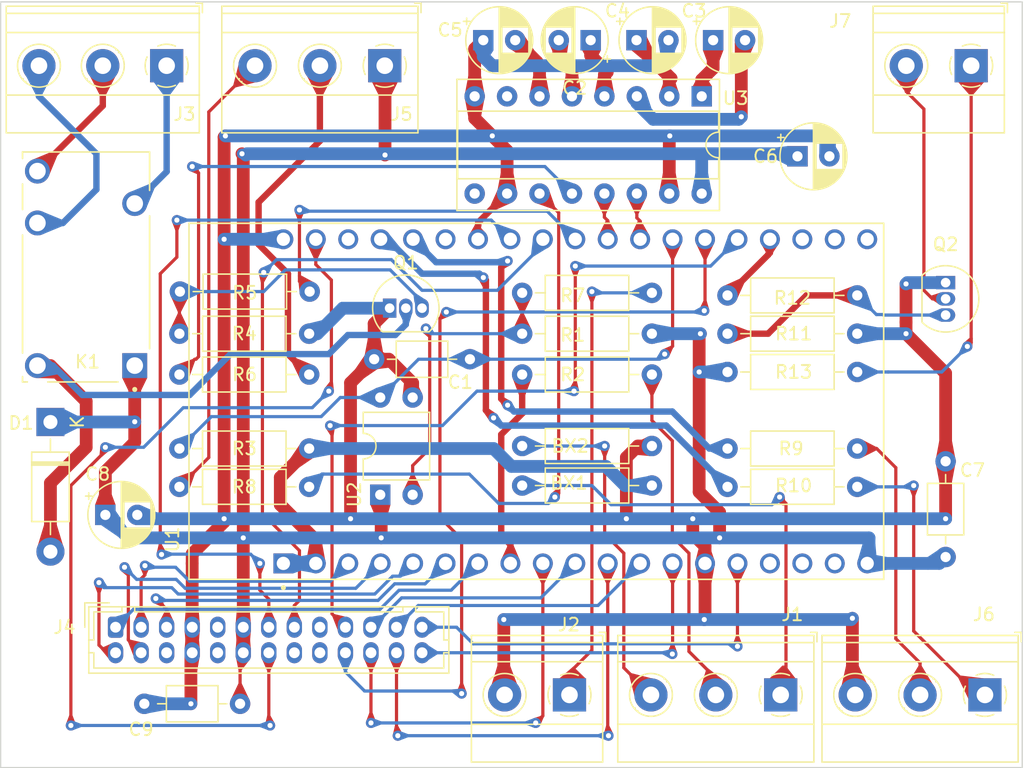
<source format=kicad_pcb>
(kicad_pcb (version 20221018) (generator pcbnew)
  (layers (0 "F.Cu" signal) (31 "B.Cu" signal) (34 "B.Paste" user) (35 "F.Paste" user) (36 "B.SilkS" user "B.Silkscreen") (37 "F.SilkS" user "F.Silkscreen") (38 "B.Mask" user) (39 "F.Mask" user) (44 "Edge.Cuts" user))
  (net 0 "")
  (net 1 "Net-(J1-Pin_1)")
  (net 2 "+3.3V")
  (net 3 "Net-(J1-Pin_3)")
  (net 4 "GND")
  (net 5 "DIGITAL_CMD")
  (net 6 "Net-(U3-C2+)")
  (net 7 "Net-(U3-C2-)")
  (net 8 "Net-(U3-C1+)")
  (net 9 "Net-(U3-C1-)")
  (net 10 "Net-(U3-VS+)")
  (net 11 "Net-(U3-VS-)")
  (net 12 "+5V")
  (net 13 "Net-(D1-A)")
  (net 14 "Net-(J1-Pin_2)")
  (net 15 "Net-(J2-Pin_1)")
  (net 16 "Net-(J3-Pin_1)")
  (net 17 "Net-(J3-Pin_2)")
  (net 18 "Net-(J3-Pin_3)")
  (net 19 "TEMPERATURE_IPM")
  (net 20 "VDC_sensor")
  (net 21 "I_Uphase")
  (net 22 "I_Vphase")
  (net 23 "ANALOG_CMD")
  (net 27 "FAULT_IPM")
  (net 28 "RELAY_TRIP")
  (net 32 "PWM_B")
  (net 33 "PWM_A")
  (net 34 "PWM2_H")
  (net 35 "PWM2_L")
  (net 36 "PWM1_H")
  (net 37 "PWM1_L")
  (net 38 "PWM0_H")
  (net 39 "PWM0_L")
  (net 40 "Net-(J5-Pin_2)")
  (net 41 "Net-(J5-Pin_3)")
  (net 42 "Net-(J6-Pin_1)")
  (net 43 "Net-(J6-Pin_2)")
  (net 44 "Net-(Q1-B)")
  (net 45 "Net-(R1-Pad1)")
  (net 46 "TB_SCI_TXD")
  (net 47 "TB_SCI_RXD")
  (net 48 "SCI_RXD0")
  (net 49 "SCI_TXD0")
  (net 50 "DIGITAL_CMD2")
  (net 54 "I2C_SCL")
  (net 55 "I2C_SDA")
  (net 56 "Net-(J7-Pin_1)")
  (net 57 "SCI_TXD")
  (net 58 "SCI_RXD")
  (net 59 "Net-(J7-Pin_2)")
  (net 60 "Net-(Q2-B)")
  (net 66 "ANALOG_CMD2")
  (net 67 "RELAY_TRIP2")
  (net 68 "PILOT_LED")
  (footprint "TerminalBlock_Phoenix:TerminalBlock_Phoenix_MKDS-1,5-3_1x03_P5.00mm_Horizontal" (layer "F.Cu") (at 62 102 180)
    (fp_text reference "J3")
    (fp_text value "Screw_Terminal_01x03")
  )
  (footprint "Capacitor_THT:C_Axial_L3.8mm_D2.6mm_P7.50mm_Horizontal" (layer "F.Cu") (at 60.25 152)
    (fp_text reference "C9")
    (fp_text value "104")
  )
  (footprint "Capacitor_THT:C_Axial_L3.8mm_D2.6mm_P7.50mm_Horizontal" (layer "F.Cu") (at 123 133 -90)
    (fp_text reference "C7")
    (fp_text value "104")
  )
  (footprint "Resistor_THT:R_Axial_DIN0207_L6.3mm_D2.5mm_P10.16mm_Horizontal" (layer "F.Cu") (at 105.92 135)
    (fp_text reference "R10")
    (fp_text value "470")
  )
  (footprint "TerminalBlock_Phoenix:TerminalBlock_Phoenix_MKDS-1,5-3-5.08_1x03_P5.08mm_Horizontal" (layer "F.Cu") (at 126.08 151.305 180)
    (fp_text reference "J6")
    (fp_text value "Screw_Terminal_01x03")
  )
  (footprint "Diode_THT:D_DO-41_SOD81_P10.16mm_Horizontal" (layer "F.Cu") (at 52.9 129.92 -90)
    (fp_text reference "D1")
    (fp_text value "1N4002")
  )
  (footprint "Resistor_THT:R_Axial_DIN0207_L6.3mm_D2.5mm_P10.16mm_Horizontal" (layer "F.Cu") (at 105.92 123)
    (fp_text reference "R11")
    (fp_text value "4.7K")
  )
  (footprint "Capacitor_THT:CP_Radial_D5.0mm_P2.50mm" (layer "F.Cu") (at 95.205113 100 180)
    (fp_text reference "C2")
    (fp_text value "1uF/25v")
  )
  (footprint "Connector_Hirose:Hirose_DF11-26DP-2DSA_2x13_P2.00mm_Vertical" (layer "F.Cu") (at 58 146)
    (fp_text reference "J4")
    (fp_text value "Conn_02x13_Odd_Even")
  )
  (footprint "TerminalBlock_Phoenix:TerminalBlock_Phoenix_MKDS-1,5-3-5.08_1x03_P5.08mm_Horizontal" (layer "F.Cu") (at 110.085 151.305 180)
    (fp_text reference "J1")
    (fp_text value "Screw_Terminal_01x03")
  )
  (footprint "Resistor_THT:R_Axial_DIN0207_L6.3mm_D2.5mm_P10.16mm_Horizontal" (layer "F.Cu") (at 63 126.2)
    (fp_text reference "R6")
    (fp_text value "4.7K")
  )
  (footprint "Package_TO_SOT_THT:TO-92_Inline" (layer "F.Cu") (at 79.46 121)
    (fp_text reference "Q1")
    (fp_text value "2SC1815")
  )
  (footprint "Capacitor_THT:CP_Radial_D5.0mm_P2.50mm" (layer "F.Cu") (at 111.4 109.1)
    (fp_text reference "C6")
    (fp_text value "1uF/25v")
  )
  (footprint "TerminalBlock_Phoenix:TerminalBlock_Phoenix_MKDS-1,5-2-5.08_1x02_P5.08mm_Horizontal" (layer "F.Cu") (at 93.545 151.305 180)
    (fp_text reference "J2")
    (fp_text value "Screw_Terminal_01x02")
  )
  (footprint "Resistor_THT:R_Axial_DIN0207_L6.3mm_D2.5mm_P10.16mm_Horizontal" (layer "F.Cu") (at 73.2 119.7 180)
    (fp_text reference "R5")
    (fp_text value "470")
  )
  (footprint "TerminalBlock_Phoenix:TerminalBlock_Phoenix_MKDS-1,5-2-5.08_1x02_P5.08mm_Horizontal" (layer "F.Cu") (at 125 102 180)
    (fp_text reference "J7")
    (fp_text value "Screw_Terminal_01x02")
  )
  (footprint "inv12:MODULE_ESP32-DEVKITC-32D" (layer "F.Cu") (at 90.9 128.3 90)
    (fp_text reference "U1")
    (fp_text value "ESP32-DEVKITC-32D")
  )
  (footprint "Capacitor_THT:CP_Radial_D5.0mm_P2.50mm" (layer "F.Cu") (at 57.2 137.2)
    (fp_text reference "C8")
    (fp_text value "10uF/25v")
  )
  (footprint "Package_TO_SOT_THT:TO-92_Inline" (layer "F.Cu") (at 123 119 -90)
    (fp_text reference "Q2")
    (fp_text value "2SC1815")
  )
  (footprint "Capacitor_THT:CP_Radial_D5.0mm_P2.50mm" (layer "F.Cu") (at 104.794888 100)
    (fp_text reference "C3")
    (fp_text value "1uF/25v")
  )
  (footprint "Resistor_THT:R_Axial_DIN0207_L6.3mm_D2.5mm_P10.16mm_Horizontal" (layer "F.Cu") (at 89.84 126.2)
    (fp_text reference "R2")
    (fp_text value "4.7K")
  )
  (footprint "Capacitor_THT:CP_Radial_D5.0mm_P2.50mm" (layer "F.Cu") (at 86.794888 100)
    (fp_text reference "C5")
    (fp_text value "1uF/25v")
  )
  (footprint "Capacitor_THT:C_Axial_L3.8mm_D2.6mm_P7.50mm_Horizontal" (layer "F.Cu") (at 78.25 125)
    (fp_text reference "C1")
    (fp_text value "104")
  )
  (footprint "TerminalBlock_Phoenix:TerminalBlock_Phoenix_MKDS-1,5-3-5.08_1x03_P5.08mm_Horizontal" (layer "F.Cu") (at 79.08 102 180)
    (fp_text reference "J5")
    (fp_text value "Screw_Terminal_01x03")
  )
  (footprint "Capacitor_THT:CP_Radial_D5.0mm_P2.50mm" (layer "F.Cu") (at 98.794888 100)
    (fp_text reference "C4")
    (fp_text value "1uF/25v")
  )
  (footprint "Resistor_THT:R_Axial_DIN0207_L6.3mm_D2.5mm_P10.16mm_Horizontal" (layer "F.Cu") (at 105.92 132)
    (fp_text reference "R9")
    (fp_text value "470")
  )
  (footprint "Resistor_THT:R_Axial_DIN0207_L6.3mm_D2.5mm_P10.16mm_Horizontal" (layer "F.Cu") (at 89.84 119.8)
    (fp_text reference "R7")
    (fp_text value "470")
  )
  (footprint "Resistor_THT:R_Axial_DIN0207_L6.3mm_D2.5mm_P10.16mm_Horizontal" (layer "F.Cu") (at 89.84 134.9)
    (fp_text reference "BX1")
    (fp_text value "0")
  )
  (footprint "Package_DIP:DIP-16_W7.62mm_Socket" (layer "F.Cu") (at 103.9 104.4 -90)
    (fp_text reference "U3")
    (fp_text value "MAX232")
  )
  (footprint "Resistor_THT:R_Axial_DIN0207_L6.3mm_D2.5mm_P10.16mm_Horizontal" (layer "F.Cu") (at 63 123)
    (fp_text reference "R4")
    (fp_text value "4.7K")
  )
  (footprint "Package_DIP:DIP-4_W7.62mm" (layer "F.Cu") (at 78.725 135.62 90)
    (fp_text reference "U2")
    (fp_text value "PC817")
  )
  (footprint "Resistor_THT:R_Axial_DIN0207_L6.3mm_D2.5mm_P10.16mm_Horizontal" (layer "F.Cu") (at 105.92 126)
    (fp_text reference "R13")
    (fp_text value "470")
  )
  (footprint "Resistor_THT:R_Axial_DIN0207_L6.3mm_D2.5mm_P10.16mm_Horizontal" (layer "F.Cu") (at 63 132)
    (fp_text reference "R3")
    (fp_text value "4.7K")
  )
  (footprint "Resistor_THT:R_Axial_DIN0207_L6.3mm_D2.5mm_P10.16mm_Horizontal" (layer "F.Cu") (at 89.84 131.8)
    (fp_text reference "BX2")
    (fp_text value "0")
  )
  (footprint "Resistor_THT:R_Axial_DIN0207_L6.3mm_D2.5mm_P10.16mm_Horizontal" (layer "F.Cu") (at 73.16 135 180)
    (fp_text reference "R8")
    (fp_text value "4.7K")
  )
  (footprint "Resistor_THT:R_Axial_DIN0207_L6.3mm_D2.5mm_P10.16mm_Horizontal" (layer "F.Cu") (at 89.84 123)
    (fp_text reference "R1")
    (fp_text value "10k")
  )
  (footprint "inv12:RELAY_J0971CS5VDC.45" (layer "F.Cu") (at 55.69 117.77 90)
    (fp_text reference "K1")
    (fp_text value "J0971CS5VDC.45")
  )
  (footprint "Resistor_THT:R_Axial_DIN0207_L6.3mm_D2.5mm_P10.16mm_Horizontal" (layer "F.Cu") (at 105.92 120)
    (fp_text reference "R12")
    (fp_text value "470")
  )
  (gr_rect (start 49 97) (end 129 157) (stroke (width 0.1)) (fill none) (layer "Edge.Cuts"))
  (segment (start 110.5 150.89) (end 110.085 151.305) (width 0.25) (layer "F.Cu") (net 1))
  (segment (start 110.5 136.3) (end 110.5 150.89) (width 0.25) (layer "F.Cu") (net 1))
  (segment (start 110 135.8) (end 110.5 136.3) (width 0.25) (layer "F.Cu") (net 1))
  (via (at 110 135.8) (size 0.8) (drill 0.4) (layers "F.Cu" "B.Cu") (net 1))
  (segment (start 109.4 136.4) (end 110 135.8) (width 0.25) (layer "B.Cu") (net 1))
  (segment (start 89.84 134.9) (end 95.3 134.9) (width 0.25) (layer "B.Cu") (net 1))
  (segment (start 96.8 136.4) (end 109.4 136.4) (width 0.25) (layer "B.Cu") (net 1))
  (segment (start 95.3 134.9) (end 96.8 136.4) (width 0.25) (layer "B.Cu") (net 1))
  (segment (start 73.68 141) (end 73.68 139.18) (width 1) (layer "F.Cu") (net 2))
  (segment (start 70.9 134.26) (end 73.16 132) (width 1) (layer "F.Cu") (net 2))
  (segment (start 70.9 136.4) (end 70.9 134.26) (width 1) (layer "F.Cu") (net 2))
  (segment (start 73.68 139.18) (end 70.9 136.4) (width 1) (layer "F.Cu") (net 2))
  (segment (start 87.6 132) (end 89 133.4) (width 1) (layer "B.Cu") (net 2))
  (segment (start 96.4 133.4) (end 97.9 134.9) (width 1) (layer "B.Cu") (net 2))
  (segment (start 89 133.4) (end 96.4 133.4) (width 1) (layer "B.Cu") (net 2))
  (segment (start 71.14 141) (end 73.68 141) (width 1) (layer "B.Cu") (net 2))
  (segment (start 73.16 132) (end 87.6 132) (width 1) (layer "B.Cu") (net 2))
  (segment (start 97.9 134.9) (end 100 134.9) (width 1) (layer "B.Cu") (net 2))
  (segment (start 97.8 149.18) (end 97.8 140.2) (width 0.25) (layer "F.Cu") (net 3))
  (segment (start 99.925 151.305) (end 97.8 149.18) (width 0.25) (layer "F.Cu") (net 3))
  (segment (start 96.3 138.7) (end 96.3 131.8) (width 0.25) (layer "F.Cu") (net 3))
  (segment (start 97.8 140.2) (end 96.3 138.7) (width 0.25) (layer "F.Cu") (net 3))
  (via (at 96.3 131.8) (size 0.8) (drill 0.4) (layers "F.Cu" "B.Cu") (net 3))
  (segment (start 89.84 131.8) (end 96.3 131.8) (width 0.25) (layer "B.Cu") (net 3))
  (segment (start 86.12 104.4) (end 86.12 106.12) (width 1) (layer "F.Cu") (net 4))
  (segment (start 104.16 141) (end 104.16 145.34) (width 1) (layer "F.Cu") (net 4))
  (segment (start 115.7 151.085) (end 115.92 151.305) (width 1) (layer "F.Cu") (net 4))
  (segment (start 86.12 100.674888) (end 86.794888 100) (width 1) (layer "F.Cu") (net 4))
  (segment (start 79.4 125) (end 81.265 126.865) (width 1) (layer "F.Cu") (net 4))
  (segment (start 123 133) (end 123 126.1) (width 1) (layer "F.Cu") (net 4))
  (segment (start 86.4 114.5) (end 86.4 114.28) (width 0.5) (layer "F.Cu") (net 4))
  (segment (start 88.4 145.4) (end 88.4 151.24) (width 1) (layer "F.Cu") (net 4))
  (segment (start 81.265 126.865) (end 81.265 128) (width 1) (layer "F.Cu") (net 4))
  (segment (start 64 148) (end 64 146) (width 1) (layer "F.Cu") (net 4))
  (segment (start 119.9 122.1) (end 119.9 119.1) (width 1) (layer "F.Cu") (net 4))
  (segment (start 63.9 152) (end 63.9 148.1) (width 1) (layer "F.Cu") (net 4))
  (segment (start 123 126.1) (end 122.8 125.9) (width 1) (layer "F.Cu") (net 4))
  (segment (start 66.5 137.75) (end 64 140.25) (width 1) (layer "F.Cu") (net 4))
  (segment (start 101.36 107.54) (end 101.4 107.5) (width 1) (layer "F.Cu") (net 4))
  (segment (start 103.2 138.7) (end 103.2 137.499999) (width 1) (layer "F.Cu") (net 4))
  (segment (start 64 146) (end 64 141) (width 1) (layer "F.Cu") (net 4))
  (segment (start 78.25 125) (end 79.4 125) (width 1) (layer "F.Cu") (net 4))
  (segment (start 122.8 125.9) (end 119.9 123) (width 1) (layer "F.Cu") (net 4))
  (segment (start 76.4 137.5) (end 76.4 126.85) (width 1) (layer "F.Cu") (net 4))
  (segment (start 86.38 114.52) (end 86.4 114.5) (width 0.5) (layer "F.Cu") (net 4))
  (segment (start 78.25 122.21) (end 79.46 121) (width 1) (layer "F.Cu") (net 4))
  (segment (start 119.9 123) (end 119.9 122.1) (width 1) (layer "F.Cu") (net 4))
  (segment (start 66.5 107.6) (end 66.5 137.5) (width 1) (layer "F.Cu") (net 4))
  (segment (start 87.5 107.5) (end 88.66 108.66) (width 1) (layer "F.Cu") (net 4))
  (segment (start 64 140.25) (end 64 141) (width 1) (layer "F.Cu") (net 4))
  (segment (start 86.12 106.12) (end 87.5 107.5) (width 1) (layer "F.Cu") (net 4))
  (segment (start 115.7 145.3) (end 115.7 151.085) (width 1) (layer "F.Cu") (net 4))
  (segment (start 104.16 139.66) (end 103.2 138.7) (width 1) (layer "F.Cu") (net 4))
  (segment (start 88.4 151.24) (end 88.465 151.305) (width 1) (layer "F.Cu") (net 4))
  (segment (start 66.5 137.5) (end 66.5 137.75) (width 1) (layer "F.Cu") (net 4))
  (segment (start 86.38 115.6) (end 86.38 114.52) (width 0.5) (layer "F.Cu") (net 4))
  (segment (start 104.16 145.34) (end 104.1 145.4) (width 1) (layer "F.Cu") (net 4))
  (segment (start 78.25 125) (end 78.25 122.21) (width 1) (layer "F.Cu") (net 4))
  (segment (start 76.4 126.85) (end 78.25 125) (width 1) (layer "F.Cu") (net 4))
  (segment (start 63.9 148.1) (end 64 148) (width 1) (layer "F.Cu") (net 4))
  (segment (start 88.66 108.66) (end 88.66 112.02) (width 1) (layer "F.Cu") (net 4))
  (segment (start 66.6 107.5) (end 66.5 107.6) (width 1) (layer "F.Cu") (net 4))
  (segment (start 98.9 131.8) (end 98 132.7) (width 1) (layer "F.Cu") (net 4))
  (segment (start 123 137.5) (end 123 133) (width 1) (layer "F.Cu") (net 4))
  (segment (start 86.4 114.28) (end 88.66 112.02) (width 0.5) (layer "F.Cu") (net 4))
  (segment (start 104.16 141) (end 104.16 139.66) (width 1) (layer "F.Cu") (net 4))
  (segment (start 101.36 112.02) (end 101.36 107.54) (width 1) (layer "F.Cu") (net 4))
  (segment (start 100 131.8) (end 98.9 131.8) (width 1) (layer "F.Cu") (net 4))
  (segment (start 98 132.7) (end 98 137.499999) (width 1) (layer "F.Cu") (net 4))
  (segment (start 86.12 104.4) (end 86.12 100.674888) (width 1) (layer "F.Cu") (net 4))
  (via (at 119.9 123) (size 0.8) (drill 0.4) (layers "F.Cu" "B.Cu") (net 4))
  (via (at 66.5 137.5) (size 0.8) (drill 0.4) (layers "F.Cu" "B.Cu") (net 4))
  (via (at 76.4 137.5) (size 0.8) (drill 0.4) (layers "F.Cu" "B.Cu") (net 4))
  (via (at 66.6 107.5) (size 0.8) (drill 0.4) (layers "F.Cu" "B.Cu") (net 4))
  (via (at 123 137.5) (size 0.8) (drill 0.4) (layers "F.Cu" "B.Cu") (net 4))
  (via (at 66.5 115.6) (size 0.8) (drill 0.4) (layers "F.Cu" "B.Cu") (net 4))
  (via (at 87.5 107.5) (size 0.8) (drill 0.4) (layers "F.Cu" "B.Cu") (net 4))
  (via (at 63.9 152) (size 0.8) (drill 0.4) (layers "F.Cu" "B.Cu") (net 4))
  (via (at 88.4 145.4) (size 0.8) (drill 0.4) (layers "F.Cu" "B.Cu") (net 4))
  (via (at 98 137.499999) (size 0.8) (drill 0.4) (layers "F.Cu" "B.Cu") (net 4))
  (via (at 115.7 145.3) (size 0.8) (drill 0.4) (layers "F.Cu" "B.Cu") (net 4))
  (via (at 104.1 145.4) (size 0.8) (drill 0.4) (layers "F.Cu" "B.Cu") (net 4))
  (via (at 103.2 137.499999) (size 0.8) (drill 0.4) (layers "F.Cu" "B.Cu") (net 4))
  (via (at 101.4 107.5) (size 0.8) (drill 0.4) (layers "F.Cu" "B.Cu") (net 4))
  (via (at 119.9 119.1) (size 0.8) (drill 0.4) (layers "F.Cu" "B.Cu") (net 4))
  (segment (start 75.8 121) (end 79.46 121) (width 1) (layer "B.Cu") (net 4))
  (segment (start 103.2 137.499999) (end 98 137.499999) (width 1) (layer "B.Cu") (net 4))
  (segment (start 87.5 107.5) (end 101.4 107.5) (width 1) (layer "B.Cu") (net 4))
  (segment (start 113.9 108.1) (end 113.9 109.1) (width 1) (layer "B.Cu") (net 4))
  (segment (start 66.6 107.5) (end 87.5 107.5) (width 1) (layer "B.Cu") (net 4))
  (segment (start 73.16 123) (end 73.8 123) (width 1) (layer "B.Cu") (net 4))
  (segment (start 119.9 119.1) (end 120 119) (width 1) (layer "B.Cu") (net 4))
  (segment (start 101.294888 101.205112) (end 101.294888 100) (width 1) (layer "B.Cu") (net 4))
  (segment (start 103.2 137.499999) (end 122.999999 137.499999) (width 1) (layer "B.Cu") (net 4))
  (segment (start 66.5 137.5) (end 60 137.5) (width 1) (layer "B.Cu") (net 4))
  (segment (start 120 119) (end 123 119) (width 1) (layer "B.Cu") (net 4))
  (segment (start 73.8 123) (end 75.8 121) (width 1) (layer "B.Cu") (net 4))
  (segment (start 104.1 145.4) (end 115.6 145.4) (width 1) (layer "B.Cu") (net 4))
  (segment (start 115.6 145.4) (end 115.7 145.3) (width 1) (layer "B.Cu") (net 4))
  (segment (start 60 137.5) (end 59.7 137.2) (width 1) (layer "B.Cu") (net 4))
  (segment (start 60.25 152) (end 63.9 152) (width 1) (layer "B.Cu") (net 4))
  (segment (start 86.794888 101.294888) (end 87.5 102) (width 1) (layer "B.Cu") (net 4))
  (segment (start 87.5 102) (end 100.5 102) (width 1) (layer "B.Cu") (net 4))
  (segment (start 113.3 107.5) (end 113.9 108.1) (width 1) (layer "B.Cu") (net 4))
  (segment (start 66.5 115.6) (end 71.14 115.6) (width 1) (layer "B.Cu") (net 4))
  (segment (start 100.5 102) (end 101.294888 101.205112) (width 1) (layer "B.Cu") (net 4))
  (segment (start 122.999999 137.499999) (end 123 137.5) (width 1) (layer "B.Cu") (net 4))
  (segment (start 66.500001 137.499999) (end 66.5 137.5) (width 1) (layer "B.Cu") (net 4))
  (segment (start 98 137.499999) (end 66.500001 137.499999) (width 1) (layer "B.Cu") (net 4))
  (segment (start 88.4 145.4) (end 104.1 145.4) (width 1) (layer "B.Cu") (net 4))
  (segment (start 116.08 123) (end 119.9 123) (width 1) (layer "B.Cu") (net 4))
  (segment (start 86.794888 100) (end 86.794888 101.294888) (width 1) (layer "B.Cu") (net 4))
  (segment (start 101.4 107.5) (end 113.3 107.5) (width 1) (layer "B.Cu") (net 4))
  (segment (start 61.5 140.2) (end 61.6 140.3) (width 0.25) (layer "F.Cu") (net 5))
  (segment (start 69.3 143.1) (end 70 143.8) (width 0.25) (layer "F.Cu") (net 5))
  (segment (start 62.8 117) (end 61.5 118.3) (width 0.25) (layer "F.Cu") (net 5))
  (segment (start 61.5 118.3) (end 61.5 140.2) (width 0.25) (layer "F.Cu") (net 5))
  (segment (start 69.3 141) (end 69.3 143.1) (width 0.25) (layer "F.Cu") (net 5))
  (segment (start 70 143.8) (end 70 146) (width 0.25) (layer "F.Cu") (net 5))
  (segment (start 62.8 114.1) (end 62.8 117) (width 0.25) (layer "F.Cu") (net 5))
  (via (at 61.6 140.3) (size 0.8) (drill 0.4) (layers "F.Cu" "B.Cu") (net 5))
  (via (at 62.8 114.1) (size 0.8) (drill 0.4) (layers "F.Cu" "B.Cu") (net 5))
  (via (at 69.3 141) (size 0.8) (drill 0.4) (layers "F.Cu" "B.Cu") (net 5))
  (segment (start 62.8 114.1) (end 87.42 114.1) (width 0.25) (layer "B.Cu") (net 5))
  (segment (start 68.575 140.275) (end 69.3 141) (width 0.25) (layer "B.Cu") (net 5))
  (segment (start 87.42 114.1) (end 88.92 115.6) (width 0.25) (layer "B.Cu") (net 5))
  (segment (start 61.6 140.3) (end 61.625 140.275) (width 0.25) (layer "B.Cu") (net 5))
  (segment (start 61.625 140.275) (end 68.575 140.275) (width 0.25) (layer "B.Cu") (net 5))
  (segment (start 96.28 102.72) (end 96.28 104.4) (width 1) (layer "F.Cu") (net 6))
  (segment (start 96.5 102.5) (end 96.28 102.72) (width 1) (layer "F.Cu") (net 6))
  (segment (start 95.205113 101.205113) (end 96.5 102.5) (width 1) (layer "F.Cu") (net 6))
  (segment (start 95.205113 100) (end 95.205113 101.205113) (width 1) (layer "F.Cu") (net 6))
  (segment (start 92.705113 101.205113) (end 93.74 102.24) (width 1) (layer "F.Cu") (net 7))
  (segment (start 93.74 102.24) (end 93.74 104.4) (width 1) (layer "F.Cu") (net 7))
  (segment (start 92.705113 100) (end 92.705113 101.205113) (width 1) (layer "F.Cu") (net 7))
  (segment (start 104.794888 102.205112) (end 104.794888 100) (width 1) (layer "F.Cu") (net 8))
  (segment (start 103.9 104.4) (end 103.9 103.1) (width 1) (layer "F.Cu") (net 8))
  (segment (start 103.9 103.1) (end 104.794888 102.205112) (width 1) (layer "F.Cu") (net 8))
  (segment (start 107 106) (end 107 100.294888) (width 1) (layer "F.Cu") (net 9))
  (segment (start 107 100.294888) (end 107.294888 100) (width 1) (layer "F.Cu") (net 9))
  (via (at 107 106) (size 0.8) (drill 0.4) (layers "F.Cu" "B.Cu") (net 9))
  (segment (start 100.1 106.2) (end 98.82 104.92) (width 1) (layer "B.Cu") (net 9))
  (segment (start 107 106) (end 106.8 106.2) (width 1) (layer "B.Cu") (net 9))
  (segment (start 106.8 106.2) (end 100.1 106.2) (width 1) (layer "B.Cu") (net 9))
  (segment (start 98.82 104.92) (end 98.82 104.4) (width 1) (layer "B.Cu") (net 9))
  (segment (start 101.5 103) (end 101.36 103.14) (width 1) (layer "F.Cu") (net 10))
  (segment (start 98.794888 100) (end 98.794888 100.294888) (width 1) (layer "F.Cu") (net 10))
  (segment (start 98.794888 100.294888) (end 101.5 103) (width 1) (layer "F.Cu") (net 10))
  (segment (start 101.36 103.14) (end 101.36 104.4) (width 1) (layer "F.Cu") (net 10))
  (segment (start 91.2 102.2) (end 91.2 104.4) (width 1) (layer "F.Cu") (net 11))
  (segment (start 91 102) (end 91.2 102.2) (width 1) (layer "F.Cu") (net 11))
  (segment (start 89.294888 100) (end 91 101.705112) (width 1) (layer "F.Cu") (net 11))
  (segment (start 91 101.705112) (end 91 102) (width 1) (layer "F.Cu") (net 11))
  (segment (start 68 109) (end 68 139) (width 1) (layer "F.Cu") (net 12))
  (segment (start 103.7 123.1) (end 103.7 135.4) (width 1) (layer "F.Cu") (net 12))
  (segment (start 68 146) (end 68 139) (width 1) (layer "F.Cu") (net 12))
  (segment (start 79.1 109) (end 79.1 102.02) (width 1) (layer "F.Cu") (net 12))
  (segment (start 79.1 102.02) (end 79.08 102) (width 1) (layer "F.Cu") (net 12))
  (segment (start 59.5 129.9) (end 59.5 125.5) (width 1) (layer "F.Cu") (net 12))
  (segment (start 78.8 139) (end 78.8 135.695) (width 1) (layer "F.Cu") (net 12))
  (segment (start 78.8 135.695) (end 78.725 135.62) (width 1) (layer "F.Cu") (net 12))
  (segment (start 59.5 131.5) (end 59.5 129.9) (width 1) (layer "F.Cu") (net 12))
  (segment (start 67.9 108.9) (end 68 109) (width 1) (layer "F.Cu") (net 12))
  (segment (start 67.75 148.25) (end 68 148) (width 0.25) (layer "F.Cu") (net 12))
  (segment (start 68 148) (end 68 146) (width 1) (layer "F.Cu") (net 12))
  (segment (start 57.2 137.2) (end 57.2 133.8) (width 1) (layer "F.Cu") (net 12))
  (segment (start 105.3 137) (end 105.3 139) (width 1) (layer "F.Cu") (net 12))
  (segment (start 57.2 133.8) (end 59.5 131.5) (width 1) (layer "F.Cu") (net 12))
  (segment (start 103.8 123) (end 103.7 123.1) (width 1) (layer "F.Cu") (net 12))
  (segment (start 67.75 152) (end 67.75 148.25) (width 0.25) (layer "F.Cu") (net 12))
  (segment (start 103.7 135.4) (end 105.3 137) (width 1) (layer "F.Cu") (net 12))
  (via (at 79.1 109) (size 0.8) (drill 0.4) (layers "F.Cu" "B.Cu") (net 12))
  (via (at 105.3 139) (size 0.8) (drill 0.4) (layers "F.Cu" "B.Cu") (net 12))
  (via (at 103.7 126) (size 0.8) (drill 0.4) (layers "F.Cu" "B.Cu") (net 12))
  (via (at 103.8 123) (size 0.8) (drill 0.4) (layers "F.Cu" "B.Cu") (net 12))
  (via (at 78.8 139) (size 0.8) (drill 0.4) (layers "F.Cu" "B.Cu") (net 12))
  (via (at 67.9 108.9) (size 0.8) (drill 0.4) (layers "F.Cu" "B.Cu") (net 12))
  (via (at 59.5 129.9) (size 0.8) (drill 0.4) (layers "F.Cu" "B.Cu") (net 12))
  (via (at 68 139) (size 0.8) (drill 0.4) (layers "F.Cu" "B.Cu") (net 12))
  (segment (start 52.9 129.92) (end 59.48 129.92) (width 1) (layer "B.Cu") (net 12))
  (segment (start 68 139) (end 59 139) (width 1) (layer "B.Cu") (net 12))
  (segment (start 59.48 129.92) (end 59.5 129.9) (width 1) (layer "B.Cu") (net 12))
  (segment (start 117 140.86) (end 116.86 141) (width 1) (layer "B.Cu") (net 12))
  (segment (start 122.5 141) (end 123 140.5) (width 1) (layer "B.Cu") (net 12))
  (segment (start 103.8 123) (end 100 123) (width 1) (layer "B.Cu") (net 12))
  (segment (start 103.9 109) (end 103.9 112.02) (width 1) (layer "B.Cu") (net 12))
  (segment (start 68.3 108.9) (end 111.2 108.9) (width 1) (layer "B.Cu") (net 12))
  (segment (start 59 139) (end 57.2 137.2) (width 1) (layer "B.Cu") (net 12))
  (segment (start 68.2 109) (end 68.3 108.9) (width 1) (layer "B.Cu") (net 12))
  (segment (start 68 139) (end 117 139) (width 1) (layer "B.Cu") (net 12))
  (segment (start 111.2 108.9) (end 111.4 109.1) (width 1) (layer "B.Cu") (net 12))
  (segment (start 103.7 126) (end 105.92 126) (width 1) (layer "B.Cu") (net 12))
  (segment (start 117 139) (end 117 140.86) (width 1) (layer "B.Cu") (net 12))
  (segment (start 116.86 141) (end 122.5 141) (width 1) (layer "B.Cu") (net 12))
  (segment (start 55.7 131.9) (end 55.7 128.3) (width 1) (layer "F.Cu") (net 13))
  (segment (start 55.7 128.3) (end 52.9 125.5) (width 1) (layer "F.Cu") (net 13))
  (segment (start 52.9 140.08) (end 52.9 134.7) (width 1) (layer "F.Cu") (net 13))
  (segment (start 52.9 134.7) (end 55.7 131.9) (width 1) (layer "F.Cu") (net 13))
  (segment (start 52.9 125.5) (end 51.88 125.5) (width 1) (layer "F.Cu") (net 13))
  (segment (start 63.8 127.8) (end 55.4 127.8) (width 0.5) (layer "B.Cu") (net 13))
  (segment (start 80.73 122.27) (end 79.9 123.1) (width 0.5) (layer "B.Cu") (net 13))
  (segment (start 74.7 124.6) (end 67 124.6) (width 0.5) (layer "B.Cu") (net 13))
  (segment (start 79.9 123.1) (end 76.2 123.1) (width 0.5) (layer "B.Cu") (net 13))
  (segment (start 53.1 125.5) (end 51.88 125.5) (width 0.5) (layer "B.Cu") (net 13))
  (segment (start 76.2 123.1) (end 74.7 124.6) (width 0.5) (layer "B.Cu") (net 13))
  (segment (start 67 124.6) (end 63.8 127.8) (width 0.5) (layer "B.Cu") (net 13))
  (segment (start 80.73 121) (end 80.73 122.27) (width 0.5) (layer "B.Cu") (net 13))
  (segment (start 55.4 127.8) (end 53.1 125.5) (width 0.5) (layer "B.Cu") (net 13))
  (segment (start 100 129.8) (end 101.6 131.4) (width 0.25) (layer "F.Cu") (net 14))
  (segment (start 105.005 150.005) (end 105.005 151.305) (width 0.25) (layer "F.Cu") (net 14))
  (segment (start 101.6 138.9) (end 102.9 140.2) (width 0.25) (layer "F.Cu") (net 14))
  (segment (start 101.6 131.4) (end 101.6 138.9) (width 0.25) (layer "F.Cu") (net 14))
  (segment (start 102.9 147.9) (end 105.005 150.005) (width 0.25) (layer "F.Cu") (net 14))
  (segment (start 102.9 140.2) (end 102.9 147.9) (width 0.25) (layer "F.Cu") (net 14))
  (segment (start 100 126.2) (end 100 129.8) (width 0.25) (layer "F.Cu") (net 14))
  (segment (start 95.3 147.8) (end 95.3 139.1) (width 0.25) (layer "F.Cu") (net 15))
  (segment (start 93.545 151.305) (end 93.545 149.555) (width 0.25) (layer "F.Cu") (net 15))
  (segment (start 95.3 139.1) (end 95.3 119.7) (width 0.25) (layer "F.Cu") (net 15))
  (segment (start 93.545 149.555) (end 95.3 147.8) (width 0.25) (layer "F.Cu") (net 15))
  (via (at 95.3 119.7) (size 0.8) (drill 0.4) (layers "F.Cu" "B.Cu") (net 15))
  (segment (start 95.3 119.7) (end 95.4 119.8) (width 0.25) (layer "B.Cu") (net 15))
  (segment (start 95.4 119.8) (end 100 119.8) (width 0.25) (layer "B.Cu") (net 15))
  (segment (start 62 110.3) (end 62 102) (width 0.5) (layer "B.Cu") (net 16))
  (segment (start 59.5 112.8) (end 62 110.3) (width 0.5) (layer "B.Cu") (net 16))
  (segment (start 57 105.14) (end 51.88 110.26) (width 0.5) (layer "F.Cu") (net 17))
  (segment (start 57 102) (end 57 105.14) (width 0.5) (layer "F.Cu") (net 17))
  (segment (start 52 104.4) (end 52 102) (width 0.5) (layer "B.Cu") (net 18))
  (segment (start 53.876 114.324) (end 56.5 111.7) (width 0.5) (layer "B.Cu") (net 18))
  (segment (start 51.88 114.324) (end 53.876 114.324) (width 0.5) (layer "B.Cu") (net 18))
  (segment (start 56.5 111.7) (end 56.5 108.9) (width 0.5) (layer "B.Cu") (net 18))
  (segment (start 56.5 108.9) (end 52 104.4) (width 0.5) (layer "B.Cu") (net 18))
  (segment (start 80.2 143.1) (end 84.28 143.1) (width 0.25) (layer "B.Cu") (net 19))
  (segment (start 59.4 144.6) (end 78.7 144.6) (width 0.25) (layer "B.Cu") (net 19))
  (segment (start 78.7 144.6) (end 80.2 143.1) (width 0.25) (layer "B.Cu") (net 19))
  (segment (start 58 146) (end 59.4 144.6) (width 0.25) (layer "B.Cu") (net 19))
  (segment (start 84.28 143.1) (end 86.38 141) (width 0.25) (layer "B.Cu") (net 19))
  (segment (start 56.7 142.5) (end 56.7 147.4) (width 0.25) (layer "F.Cu") (net 20))
  (segment (start 57.3 148) (end 58 148) (width 0.25) (layer "F.Cu") (net 20))
  (segment (start 56.7 147.4) (end 57.3 148) (width 0.25) (layer "F.Cu") (net 20))
  (via (at 56.7 142.5) (size 0.8) (drill 0.4) (layers "F.Cu" "B.Cu") (net 20))
  (segment (start 57.1 142.9) (end 56.7 142.5) (width 0.25) (layer "B.Cu") (net 20))
  (segment (start 80.3 142) (end 79.7 142) (width 0.25) (layer "B.Cu") (net 20))
  (segment (start 62.4 142.9) (end 57.1 142.9) (width 0.25) (layer "B.Cu") (net 20))
  (segment (start 79.7 142) (end 78.3 143.4) (width 0.25) (layer "B.Cu") (net 20))
  (segment (start 81.3 141) (end 80.3 142) (width 0.25) (layer "B.Cu") (net 20))
  (segment (start 62.9 143.4) (end 62.4 142.9) (width 0.25) (layer "B.Cu") (net 20))
  (segment (start 78.3 143.4) (end 62.9 143.4) (width 0.25) (layer "B.Cu") (net 20))
  (segment (start 60 142.2) (end 60 146) (width 0.25) (layer "F.Cu") (net 21))
  (segment (start 60.3 141.9) (end 60 142.2) (width 0.25) (layer "F.Cu") (net 21))
  (segment (start 60.3 141.1755) (end 60.3 141.9) (width 0.25) (layer "F.Cu") (net 21))
  (via (at 60.3 141.1755) (size 0.8) (drill 0.4) (layers "F.Cu" "B.Cu") (net 21))
  (segment (start 60.3 141.3) (end 60.3 141.1755) (width 0.25) (layer "B.Cu") (net 21))
  (segment (start 63.8 142.4) (end 62.7 141.3) (width 0.25) (layer "B.Cu") (net 21))
  (segment (start 62.7 141.3) (end 60.3 141.3) (width 0.25) (layer "B.Cu") (net 21))
  (segment (start 74.82 142.4) (end 63.8 142.4) (width 0.25) (layer "B.Cu") (net 21))
  (segment (start 76.22 141) (end 74.82 142.4) (width 0.25) (layer "B.Cu") (net 21))
  (segment (start 59 147) (end 59 146.9) (width 0.25) (layer "F.Cu") (net 22))
  (segment (start 59 141.6) (end 58.7 141.3) (width 0.25) (layer "F.Cu") (net 22))
  (segment (start 60 148) (end 59 147) (width 0.25) (layer "F.Cu") (net 22))
  (segment (start 59 146.9) (end 59 141.6) (width 0.25) (layer "F.Cu") (net 22))
  (via (at 58.7 141.3) (size 0.8) (drill 0.4) (layers "F.Cu" "B.Cu") (net 22))
  (segment (start 59.65 142.25) (end 62.75 142.25) (width 0.25) (layer "B.Cu") (net 22))
  (segment (start 76.81 142.95) (end 78.76 141) (width 0.25) (layer "B.Cu") (net 22))
  (segment (start 58.7 141.3) (end 59.65 142.25) (width 0.25) (layer "B.Cu") (net 22))
  (segment (start 62.75 142.25) (end 63.45 142.95) (width 0.25) (layer "B.Cu") (net 22))
  (segment (start 63.45 142.95) (end 76.81 142.95) (width 0.25) (layer "B.Cu") (net 22))
  (segment (start 61.15 143.75) (end 62 144.6) (width 0.25) (layer "F.Cu") (net 23))
  (segment (start 62 144.6) (end 62 146) (width 0.25) (layer "F.Cu") (net 23))
  (via (at 61.15 143.75) (size 0.8) (drill 0.4) (layers "F.Cu" "B.Cu") (net 23))
  (segment (start 79.856802 142.6) (end 82.24 142.6) (width 0.25) (layer "B.Cu") (net 23))
  (segment (start 82.24 142.6) (end 83.84 141) (width 0.25) (layer "B.Cu") (net 23))
  (segment (start 78.556802 143.9) (end 79.856802 142.6) (width 0.25) (layer "B.Cu") (net 23))
  (segment (start 61.15 143.75) (end 61.3 143.9) (width 0.25) (layer "B.Cu") (net 23))
  (segment (start 61.3 143.9) (end 78.556802 143.9) (width 0.25) (layer "B.Cu") (net 23))
  (segment (start 54.5 134.9) (end 54.5 153.7) (width 0.25) (layer "F.Cu") (net 27))
  (segment (start 74.9 118.8) (end 73.68 117.58) (width 0.25) (layer "F.Cu") (net 27))
  (segment (start 57.2 131.9) (end 57.2 132.2) (width 0.25) (layer "F.Cu") (net 27))
  (segment (start 57.2 132.2) (end 54.5 134.9) (width 0.25) (layer "F.Cu") (net 27))
  (segment (start 70.1 153.7) (end 70 153.6) (width 0.25) (layer "F.Cu") (net 27))
  (segment (start 73.68 117.58) (end 73.68 115.6) (width 0.25) (layer "F.Cu") (net 27))
  (segment (start 70 153.6) (end 70 148) (width 0.25) (layer "F.Cu") (net 27))
  (segment (start 74.7 127.5) (end 74.9 127.3) (width 0.25) (layer "F.Cu") (net 27))
  (segment (start 74.9 127.3) (end 74.9 118.8) (width 0.25) (layer "F.Cu") (net 27))
  (via (at 54.5 153.7) (size 0.8) (drill 0.4) (layers "F.Cu" "B.Cu") (net 27))
  (via (at 74.7 127.5) (size 0.8) (drill 0.4) (layers "F.Cu" "B.Cu") (net 27))
  (via (at 70.1 153.7) (size 0.8) (drill 0.4) (layers "F.Cu" "B.Cu") (net 27))
  (via (at 57.2 131.9) (size 0.8) (drill 0.4) (layers "F.Cu" "B.Cu") (net 27))
  (segment (start 54.5 153.7) (end 70.1 153.7) (width 0.25) (layer "B.Cu") (net 27))
  (segment (start 73.4 128.8) (end 63.3 128.8) (width 0.25) (layer "B.Cu") (net 27))
  (segment (start 60.2 131.9) (end 57.2 131.9) (width 0.25) (layer "B.Cu") (net 27))
  (segment (start 63.3 128.8) (end 60.2 131.9) (width 0.25) (layer "B.Cu") (net 27))
  (segment (start 74.7 127.5) (end 73.4 128.8) (width 0.25) (layer "B.Cu") (net 27))
  (segment (start 69.5 137.1) (end 72.4 140) (width 0.25) (layer "F.Cu") (net 28))
  (segment (start 69.6 118.2) (end 69.5 118.3) (width 0.25) (layer "F.Cu") (net 28))
  (segment (start 72 144.3) (end 72 146) (width 0.25) (layer "F.Cu") (net 28))
  (segment (start 69.5 118.3) (end 69.5 137.1) (width 0.25) (layer "F.Cu") (net 28))
  (segment (start 72.4 140) (end 72.4 143.9) (width 0.25) (layer "F.Cu") (net 28))
  (segment (start 72.4 143.9) (end 72 144.3) (width 0.25) (layer "F.Cu") (net 28))
  (via (at 69.6 118.2) (size 0.8) (drill 0.4) (layers "F.Cu" "B.Cu") (net 28))
  (segment (start 82 119.6) (end 87.9 119.6) (width 0.25) (layer "B.Cu") (net 28))
  (segment (start 69.6 118.2) (end 70.6 117.2) (width 0.25) (layer "B.Cu") (net 28))
  (segment (start 70.6 117.2) (end 79.6 117.2) (width 0.25) (layer "B.Cu") (net 28))
  (segment (start 79.6 117.2) (end 82 119.6) (width 0.25) (layer "B.Cu") (net 28))
  (segment (start 91.46 116.04) (end 91.46 115.6) (width 0.25) (layer "B.Cu") (net 28))
  (segment (start 87.9 119.6) (end 91.46 116.04) (width 0.25) (layer "B.Cu") (net 28))
  (segment (start 74.95 130.35) (end 74.95 144.95) (width 0.25) (layer "F.Cu") (net 32))
  (segment (start 94 127.4) (end 93.9 127.5) (width 0.25) (layer "F.Cu") (net 32))
  (segment (start 74.95 144.95) (end 76 146) (width 0.25) (layer "F.Cu") (net 32))
  (segment (start 94 117.7) (end 94 127.4) (width 0.25) (layer "F.Cu") (net 32))
  (segment (start 74.8 130.2) (end 74.95 130.35) (width 0.25) (layer "F.Cu") (net 32))
  (via (at 93.9 127.5) (size 0.8) (drill 0.4) (layers "F.Cu" "B.Cu") (net 32))
  (via (at 94 117.7) (size 0.8) (drill 0.4) (layers "F.Cu" "B.Cu") (net 32))
  (via (at 74.8 130.2) (size 0.8) (drill 0.4) (layers "F.Cu" "B.Cu") (net 32))
  (segment (start 83.6 130.2) (end 74.8 130.2) (width 0.25) (layer "B.Cu") (net 32))
  (segment (start 86.3 127.5) (end 83.6 130.2) (width 0.25) (layer "B.Cu") (net 32))
  (segment (start 104.6 117.7) (end 106.7 115.6) (width 0.25) (layer "B.Cu") (net 32))
  (segment (start 93.9 127.5) (end 86.3 127.5) (width 0.25) (layer "B.Cu") (net 32))
  (segment (start 94 117.7) (end 104.6 117.7) (width 0.25) (layer "B.Cu") (net 32))
  (segment (start 83.4 137.4) (end 83.4 121.8) (width 0.25) (layer "F.Cu") (net 33))
  (segment (start 85.1 139.1) (end 83.4 137.4) (width 0.25) (layer "F.Cu") (net 33))
  (segment (start 85.1 151.2) (end 85.1 139.1) (width 0.25) (layer "F.Cu") (net 33))
  (segment (start 83.4 121.8) (end 83.9 121.3) (width 0.25) (layer "F.Cu") (net 33))
  (segment (start 104.16 121.14) (end 104.16 115.6) (width 0.25) (layer "F.Cu") (net 33))
  (segment (start 104.1 121.2) (end 104.16 121.14) (width 0.25) (layer "F.Cu") (net 33))
  (via (at 83.9 121.3) (size 0.8) (drill 0.4) (layers "F.Cu" "B.Cu") (net 33))
  (via (at 85.1 151.2) (size 0.8) (drill 0.4) (layers "F.Cu" "B.Cu") (net 33))
  (via (at 104.1 121.2) (size 0.8) (drill 0.4) (layers "F.Cu" "B.Cu") (net 33))
  (segment (start 77.5 151) (end 76 149.5) (width 0.25) (layer "B.Cu") (net 33))
  (segment (start 76 149.5) (end 76 148) (width 0.25) (layer "B.Cu") (net 33))
  (segment (start 84.9 151) (end 77.5 151) (width 0.25) (layer "B.Cu") (net 33))
  (segment (start 85.1 151.2) (end 84.9 151) (width 0.25) (layer "B.Cu") (net 33))
  (segment (start 83.9 121.3) (end 104 121.3) (width 0.25) (layer "B.Cu") (net 33))
  (segment (start 104 121.3) (end 104.1 121.2) (width 0.25) (layer "B.Cu") (net 33))
  (segment (start 78.1 146) (end 80.4 143.7) (width 0.25) (layer "B.Cu") (net 34))
  (segment (start 78 146) (end 78.1 146) (width 0.25) (layer "B.Cu") (net 34))
  (segment (start 80.4 143.7) (end 91.3 143.7) (width 0.25) (layer "B.Cu") (net 34))
  (segment (start 91.3 143.7) (end 94 141) (width 0.25) (layer "B.Cu") (net 34))
  (segment (start 91.46 141) (end 91.46 152.94) (width 0.25) (layer "F.Cu") (net 35))
  (segment (start 91.46 152.94) (end 90.9 153.5) (width 0.25) (layer "F.Cu") (net 35))
  (segment (start 78 153.5) (end 78 148) (width 0.25) (layer "F.Cu") (net 35))
  (via (at 78 153.5) (size 0.8) (drill 0.4) (layers "F.Cu" "B.Cu") (net 35))
  (via (at 90.9 153.5) (size 0.8) (drill 0.4) (layers "F.Cu" "B.Cu") (net 35))
  (segment (start 90.9 153.5) (end 78 153.5) (width 0.25) (layer "B.Cu") (net 35))
  (segment (start 99.08 141) (end 95.78 144.3) (width 0.25) (layer "B.Cu") (net 36))
  (segment (start 81.7 144.3) (end 80 146) (width 0.25) (layer "B.Cu") (net 36))
  (segment (start 95.78 144.3) (end 81.7 144.3) (width 0.25) (layer "B.Cu") (net 36))
  (segment (start 96.54 154.44) (end 96.6 154.5) (width 0.25) (layer "F.Cu") (net 37))
  (segment (start 80 154.4) (end 80 148) (width 0.25) (layer "F.Cu") (net 37))
  (segment (start 80.1 154.5) (end 80 154.4) (width 0.25) (layer "F.Cu") (net 37))
  (segment (start 96.54 141) (end 96.54 154.44) (width 0.25) (layer "F.Cu") (net 37))
  (via (at 80.1 154.5) (size 0.8) (drill 0.4) (layers "F.Cu" "B.Cu") (net 37))
  (via (at 96.6 154.5) (size 0.8) (drill 0.4) (layers "F.Cu" "B.Cu") (net 37))
  (segment (start 96.6 154.5) (end 80.1 154.5) (width 0.25) (layer "B.Cu") (net 37))
  (segment (start 106.7 147.5) (end 106.7 141) (width 0.25) (layer "F.Cu") (net 38))
  (via (at 106.7 147.5) (size 0.8) (drill 0.4) (layers "F.Cu" "B.Cu") (net 38))
  (segment (start 106.5 147.3) (end 86 147.3) (width 0.25) (layer "B.Cu") (net 38))
  (segment (start 106.7 147.5) (end 106.5 147.3) (width 0.25) (layer "B.Cu") (net 38))
  (segment (start 84.7 146) (end 82 146) (width 0.25) (layer "B.Cu") (net 38))
  (segment (start 86 147.3) (end 84.7 146) (width 0.25) (layer "B.Cu") (net 38))
  (segment (start 101.6 148.1) (end 101.6 147.7) (width 0.25) (layer "F.Cu") (net 39))
  (segment (start 101.6 147.7) (end 101.62 147.68) (width 0.25) (layer "F.Cu") (net 39))
  (segment (start 101.62 147.68) (end 101.62 141) (width 0.25) (layer "F.Cu") (net 39))
  (via (at 101.6 148.1) (size 0.8) (drill 0.4) (layers "F.Cu" "B.Cu") (net 39))
  (segment (start 101.5 148) (end 82 148) (width 0.25) (layer "B.Cu") (net 39))
  (segment (start 101.6 148.1) (end 101.5 148) (width 0.25) (layer "B.Cu") (net 39))
  (segment (start 69.2 116) (end 69.2 112.7) (width 0.5) (layer "F.Cu") (net 40))
  (segment (start 71.5 118.3) (end 69.2 116) (width 0.5) (layer "F.Cu") (net 40))
  (segment (start 71.5 124.6) (end 71.5 118.3) (width 0.5) (layer "F.Cu") (net 40))
  (segment (start 74 107.9) (end 74 102) (width 0.5) (layer "F.Cu") (net 40))
  (segment (start 73.1 126.2) (end 71.5 124.6) (width 0.5) (layer "F.Cu") (net 40))
  (segment (start 69.2 112.7) (end 74 107.9) (width 0.5) (layer "F.Cu") (net 40))
  (segment (start 73.16 126.2) (end 73.1 126.2) (width 0.5) (layer "F.Cu") (net 40))
  (segment (start 65.3 132.7) (end 63 135) (width 0.25) (layer "F.Cu") (net 41))
  (segment (start 65.3 105.62) (end 65.3 132.7) (width 0.25) (layer "F.Cu") (net 41))
  (segment (start 68.92 102) (end 65.3 105.62) (width 0.25) (layer "F.Cu") (net 41))
  (segment (start 125.505 151.305) (end 126.08 151.305) (width 0.25) (layer "F.Cu") (net 42))
  (segment (start 120.5 134.9) (end 120.5 146.3) (width 0.25) (layer "F.Cu") (net 42))
  (segment (start 120.5 146.3) (end 125.505 151.305) (width 0.25) (layer "F.Cu") (net 42))
  (via (at 120.5 134.9) (size 0.8) (drill 0.4) (layers "F.Cu" "B.Cu") (net 42))
  (segment (start 116.08 135) (end 120.4 135) (width 0.25) (layer "B.Cu") (net 42))
  (segment (start 120.4 135) (end 120.5 134.9) (width 0.25) (layer "B.Cu") (net 42))
  (segment (start 119.1 146.9) (end 119.1 133.5) (width 0.25) (layer "F.Cu") (net 43))
  (segment (start 119.1 133.5) (end 117.6 132) (width 0.25) (layer "F.Cu") (net 43))
  (segment (start 121 151.305) (end 121 148.8) (width 0.25) (layer "F.Cu") (net 43))
  (segment (start 121 148.8) (end 119.1 146.9) (width 0.25) (layer "F.Cu") (net 43))
  (segment (start 117.6 132) (end 116.08 132) (width 0.25) (layer "F.Cu") (net 43))
  (segment (start 63 119.74) (end 63.04 119.7) (width 0.25) (layer "F.Cu") (net 44))
  (segment (start 63 123) (end 63 119.74) (width 0.25) (layer "F.Cu") (net 44))
  (segment (start 71.3 118) (end 79.5 118) (width 0.25) (layer "B.Cu") (net 44))
  (segment (start 82 120.5) (end 82 121) (width 0.25) (layer "B.Cu") (net 44))
  (segment (start 79.5 118) (end 82 120.5) (width 0.25) (layer "B.Cu") (net 44))
  (segment (start 63.04 119.7) (end 69.6 119.7) (width 0.25) (layer "B.Cu") (net 44))
  (segment (start 69.6 119.7) (end 71.3 118) (width 0.25) (layer "B.Cu") (net 44))
  (segment (start 89.84 120.08) (end 89.92 120) (width 0.25) (layer "F.Cu") (net 45))
  (segment (start 89.84 123) (end 89.84 120.08) (width 0.25) (layer "F.Cu") (net 45))
  (segment (start 82.6 132) (end 81.265 133.335) (width 0.25) (layer "F.Cu") (net 45))
  (segment (start 82.6 122.9) (end 82.6 132) (width 0.25) (layer "F.Cu") (net 45))
  (segment (start 81.265 133.335) (end 81.265 135.62) (width 0.25) (layer "F.Cu") (net 45))
  (segment (start 82.3 122.6) (end 82.6 122.9) (width 0.25) (layer "F.Cu") (net 45))
  (via (at 82.3 122.6) (size 0.8) (drill 0.4) (layers "F.Cu" "B.Cu") (net 45))
  (segment (start 82.7 123) (end 89.84 123) (width 0.25) (layer "B.Cu") (net 45))
  (segment (start 82.3 122.6) (end 82.7 123) (width 0.25) (layer "B.Cu") (net 45))
  (segment (start 64 109.9) (end 64.5 110.4) (width 0.25) (layer "F.Cu") (net 46))
  (segment (start 64.5 124.8) (end 64.3 125) (width 0.25) (layer "F.Cu") (net 46))
  (segment (start 64.5 110.4) (end 64.5 124.8) (width 0.25) (layer "F.Cu") (net 46))
  (segment (start 64.2 125) (end 63 126.2) (width 0.25) (layer "F.Cu") (net 46))
  (segment (start 64.3 125) (end 64.2 125) (width 0.25) (layer "F.Cu") (net 46))
  (via (at 64 109.9) (size 0.8) (drill 0.4) (layers "F.Cu" "B.Cu") (net 46))
  (segment (start 91.62 109.9) (end 63.9 109.9) (width 0.25) (layer "B.Cu") (net 46))
  (segment (start 93.74 112.02) (end 91.62 109.9) (width 0.25) (layer "B.Cu") (net 46))
  (segment (start 63.9 109.9) (end 64 109.9) (width 0.25) (layer "B.Cu") (net 46))
  (segment (start 92.7 135.5) (end 92.7 113.52) (width 0.25) (layer "F.Cu") (net 47))
  (segment (start 92.4 135.8) (end 92.7 135.5) (width 0.25) (layer "F.Cu") (net 47))
  (segment (start 92.7 113.52) (end 91.2 112.02) (width 0.25) (layer "F.Cu") (net 47))
  (via (at 92.4 135.8) (size 0.8) (drill 0.4) (layers "F.Cu" "B.Cu") (net 47))
  (segment (start 88 136.3) (end 91.7 136.3) (width 0.25) (layer "B.Cu") (net 47))
  (segment (start 85.7 134) (end 85.9 134.2) (width 0.25) (layer "B.Cu") (net 47))
  (segment (start 91.7 136.3) (end 91.9 136.3) (width 0.25) (layer "B.Cu") (net 47))
  (segment (start 74.16 134) (end 74.3 134) (width 0.25) (layer "B.Cu") (net 47))
  (segment (start 85.9 134.2) (end 88 136.3) (width 0.25) (layer "B.Cu") (net 47))
  (segment (start 73.16 135) (end 74.16 134) (width 0.25) (layer "B.Cu") (net 47))
  (segment (start 74.3 134) (end 85.7 134) (width 0.25) (layer "B.Cu") (net 47))
  (segment (start 91.9 136.3) (end 92.4 135.8) (width 0.25) (layer "B.Cu") (net 47))
  (segment (start 88.2 128.1) (end 88.7 128.6) (width 0.5) (layer "F.Cu") (net 48))
  (segment (start 88.7 117.3) (end 88.2 117.8) (width 0.5) (layer "F.Cu") (net 48))
  (segment (start 88.2 117.8) (end 88.2 128.1) (width 0.5) (layer "F.Cu") (net 48))
  (via (at 88.7 117.3) (size 0.8) (drill 0.4) (layers "F.Cu" "B.Cu") (net 48))
  (via (at 88.7 128.6) (size 0.8) (drill 0.4) (layers "F.Cu" "B.Cu") (net 48))
  (segment (start 89.2 129.1) (end 101.6 129.1) (width 0.5) (layer "B.Cu") (net 48))
  (segment (start 101.6 129.1) (end 104.5 132) (width 0.5) (layer "B.Cu") (net 48))
  (segment (start 88.6 117.4) (end 83.1 117.4) (width 0.5) (layer "B.Cu") (net 48))
  (segment (start 83.1 117.4) (end 81.3 115.6) (width 0.5) (layer "B.Cu") (net 48))
  (segment (start 88.7 128.6) (end 89.2 129.1) (width 0.5) (layer "B.Cu") (net 48))
  (segment (start 104.5 132) (end 105.92 132) (width 0.5) (layer "B.Cu") (net 48))
  (segment (start 88.7 117.3) (end 88.6 117.4) (width 0.5) (layer "B.Cu") (net 48))
  (segment (start 86.8 118.6) (end 87 118.8) (width 0.5) (layer "F.Cu") (net 49))
  (segment (start 87 129) (end 87.6 129.6) (width 0.5) (layer "F.Cu") (net 49))
  (segment (start 87 118.8) (end 87 129) (width 0.5) (layer "F.Cu") (net 49))
  (via (at 87.6 129.6) (size 0.8) (drill 0.4) (layers "F.Cu" "B.Cu") (net 49))
  (via (at 86.8 118.6) (size 0.8) (drill 0.4) (layers "F.Cu" "B.Cu") (net 49))
  (segment (start 82 118.3) (end 79.3 115.6) (width 0.5) (layer "B.Cu") (net 49))
  (segment (start 88.2 130.2) (end 101.12 130.2) (width 0.5) (layer "B.Cu") (net 49))
  (segment (start 79.3 115.6) (end 78.76 115.6) (width 0.5) (layer "B.Cu") (net 49))
  (segment (start 101.12 130.2) (end 105.92 135) (width 0.5) (layer "B.Cu") (net 49))
  (segment (start 87.6 129.6) (end 88.2 130.2) (width 0.5) (layer "B.Cu") (net 49))
  (segment (start 86.5 118.3) (end 82 118.3) (width 0.5) (layer "B.Cu") (net 49))
  (segment (start 86.8 118.6) (end 86.5 118.3) (width 0.5) (layer "B.Cu") (net 49))
  (segment (start 101.62 123.98) (end 101 124.6) (width 0.25) (layer "F.Cu") (net 50))
  (segment (start 101.62 115.6) (end 101.62 123.98) (width 0.25) (layer "F.Cu") (net 50))
  (via (at 101 124.6) (size 0.8) (drill 0.4) (layers "F.Cu" "B.Cu") (net 50))
  (segment (start 63 132) (end 65.5 129.5) (width 0.25) (layer "B.Cu") (net 50))
  (segment (start 78.725 128) (end 81.725 125) (width 0.25) (layer "B.Cu") (net 50))
  (segment (start 65.5 129.5) (end 74.1 129.5) (width 0.25) (layer "B.Cu") (net 50))
  (segment (start 100.6 125) (end 85.75 125) (width 0.25) (layer "B.Cu") (net 50))
  (segment (start 81.725 125) (end 85.75 125) (width 0.25) (layer "B.Cu") (net 50))
  (segment (start 101 124.6) (end 100.6 125) (width 0.25) (layer "B.Cu") (net 50))
  (segment (start 74.1 129.5) (end 75.6 128) (width 0.25) (layer "B.Cu") (net 50))
  (segment (start 75.6 128) (end 78.725 128) (width 0.25) (layer "B.Cu") (net 50))
  (segment (start 124.7 124) (end 125 123.7) (width 0.25) (layer "F.Cu") (net 56))
  (segment (start 125 123.7) (end 125 102) (width 0.25) (layer "F.Cu") (net 56))
  (via (at 124.7 124) (size 0.8) (drill 0.4) (layers "F.Cu" "B.Cu") (net 56))
  (segment (start 122.7 126) (end 124.7 124) (width 0.25) (layer "B.Cu") (net 56))
  (segment (start 118.5 126) (end 116.08 126) (width 0.25) (layer "B.Cu") (net 56))
  (segment (start 118.5 126) (end 122.7 126) (width 0.25) (layer "B.Cu") (net 56))
  (segment (start 96.28 113.88) (end 96.54 114.14) (width 0.25) (layer "F.Cu") (net 57))
  (segment (start 96 112.7) (end 96.08 112.62) (width 0.25) (layer "F.Cu") (net 57))
  (segment (start 96.54 114.14) (end 96.54 115.6) (width 0.25) (layer "F.Cu") (net 57))
  (segment (start 96.28 112.02) (end 96.28 113.88) (width 0.25) (layer "F.Cu") (net 57))
  (segment (start 98.82 113.92) (end 99.08 114.18) (width 0.25) (layer "F.Cu") (net 58))
  (segment (start 99.08 114.18) (end 99.08 115.6) (width 0.25) (layer "F.Cu") (net 58))
  (segment (start 98.82 112.02) (end 98.82 113.92) (width 0.25) (layer "F.Cu") (net 58))
  (segment (start 98.6 112.2) (end 98.62 112.18) (width 0.25) (layer "F.Cu") (net 58))
  (segment (start 123 120.27) (end 121.97 120.27) (width 0.25) (layer "F.Cu") (net 59))
  (segment (start 121.3 105.4) (end 119.92 104.02) (width 0.25) (layer "F.Cu") (net 59))
  (segment (start 119.92 104.02) (end 119.92 102) (width 0.25) (layer "F.Cu") (net 59))
  (segment (start 121.97 120.27) (end 121.3 119.6) (width 0.25) (layer "F.Cu") (net 59))
  (segment (start 121.3 119.6) (end 121.3 105.4) (width 0.25) (layer "F.Cu") (net 59))
  (segment (start 112.1 120) (end 116.08 120) (width 0.5) (layer "F.Cu") (net 60))
  (segment (start 109.1 123) (end 112.1 120) (width 0.5) (layer "F.Cu") (net 60))
  (segment (start 105.92 123) (end 109.1 123) (width 0.5) (layer "F.Cu") (net 60))
  (segment (start 118.14 121.54) (end 123 121.54) (width 0.25) (layer "B.Cu") (net 60))
  (segment (start 117.58 121.5) (end 118.1 121.5) (width 0.25) (layer "B.Cu") (net 60))
  (segment (start 116.08 120) (end 117.58 121.5) (width 0.25) (layer "B.Cu") (net 60))
  (segment (start 118.1 121.5) (end 118.14 121.54) (width 0.25) (layer "B.Cu") (net 60))
  (segment (start 89.9 129) (end 89.84 128.94) (width 0.5) (layer "F.Cu") (net 66))
  (segment (start 88.92 141) (end 88.92 139.52) (width 0.5) (layer "F.Cu") (net 66))
  (segment (start 88.92 139.52) (end 88.2 138.8) (width 0.5) (layer "F.Cu") (net 66))
  (segment (start 88.2 138.8) (end 88.2 130.9) (width 0.5) (layer "F.Cu") (net 66))
  (segment (start 89.84 128.94) (end 89.84 126.2) (width 0.5) (layer "F.Cu") (net 66))
  (segment (start 89.9 129.2) (end 89.9 129) (width 0.5) (layer "F.Cu") (net 66))
  (segment (start 88.2 130.9) (end 89.9 129.2) (width 0.5) (layer "F.Cu") (net 66))
  (segment (start 72.4 113.3) (end 72.4 118.9) (width 0.25) (layer "F.Cu") (net 67))
  (segment (start 72.4 118.9) (end 73.2 119.7) (width 0.25) (layer "F.Cu") (net 67))
  (via (at 72.4 113.3) (size 0.8) (drill 0.4) (layers "F.Cu" "B.Cu") (net 67))
  (segment (start 72.4 113.3) (end 72.5 113.4) (width 0.25) (layer "B.Cu") (net 67))
  (segment (start 91.8 113.4) (end 94 115.6) (width 0.25) (layer "B.Cu") (net 67))
  (segment (start 72.5 113.4) (end 91.8 113.4) (width 0.25) (layer "B.Cu") (net 67))
  (segment (start 109.1 116.8) (end 109.24 116.66) (width 0.5) (layer "F.Cu") (net 68))
  (segment (start 109.1 116.82) (end 109.1 116.8) (width 0.5) (layer "F.Cu") (net 68))
  (segment (start 109.24 116.66) (end 109.24 115.6) (width 0.5) (layer "F.Cu") (net 68))
  (segment (start 105.92 120) (end 109.1 116.82) (width 0.5) (layer "F.Cu") (net 68))
)
</source>
